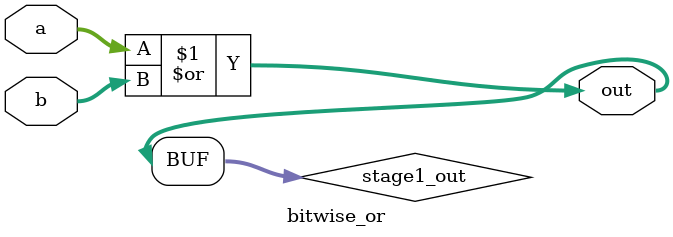
<source format=v>

module bitwise_or (
    input [3:0] a,
    input [3:0] b,
    output reg [3:0] out
);

// Stage 1
wire [3:0] stage1_out;
assign stage1_out = a | b;

// Stage 2
always @(*) begin
    out <= stage1_out;
end

endmodule
</source>
